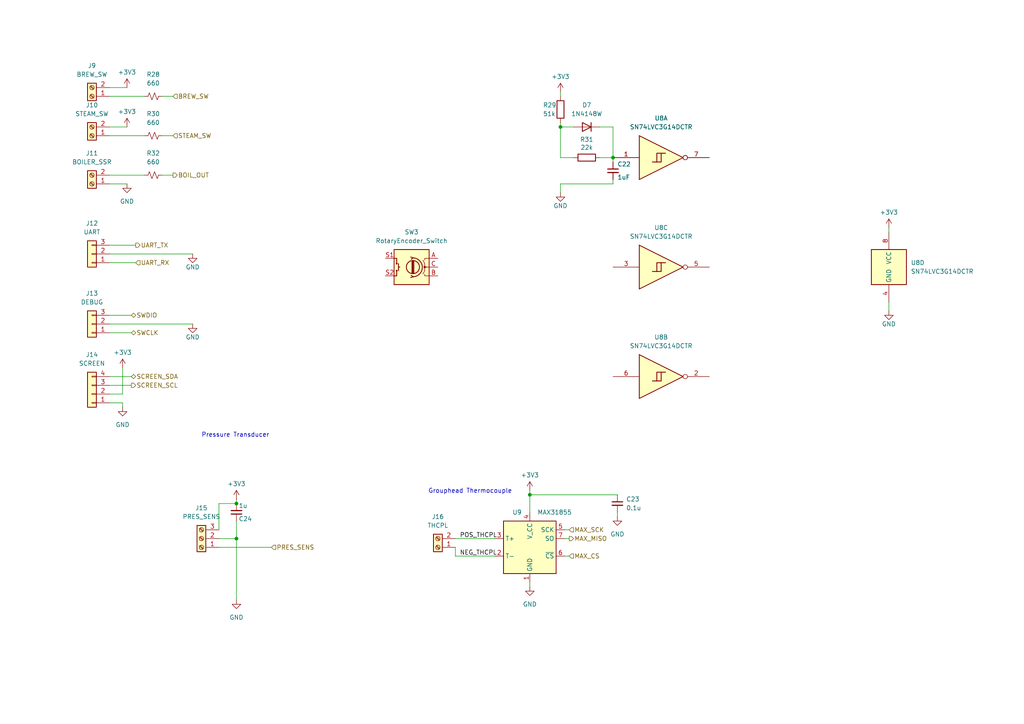
<source format=kicad_sch>
(kicad_sch (version 20231120) (generator "eeschema") (generator_version "8.0")
  (paper "A4")
  (lib_symbols
    (symbol "74xGxx:74LVC3G14"
      (property "Reference" "U" (at -2.54 7.62 0))
      (property "Value" "74LVC3G14" (at 2.54 -7.62 0))
      (symbol "74LVC3G14_1_1"
        (polyline (pts (xy -2.54 -1.27) (xy -1.27 -1.27) (xy -1.27 1.27)) (stroke (width 0.254)) (fill (type background)))
        (polyline (pts (xy -7.62 6.35) (xy -7.62 -6.35) (xy 5.08 0) (xy -7.62 6.35)) (stroke (width 0.254)) (fill (type background)))
        (polyline (pts (xy -3.81 -1.27) (xy -2.54 -1.27) (xy -2.54 1.27) (xy 0 1.27)) (stroke (width 0.254)) (fill (type background)))
        (pin input line (at -15.24 0 0) (length 7.62) (name "~") (number "1"))
        (pin output inverted (at 12.7 0 180) (length 7.62) (name "~") (number "7"))
      )
      (symbol "74LVC3G14_2_1"
        (polyline (pts (xy -2.54 -1.27) (xy -1.27 -1.27) (xy -1.27 1.27)) (stroke (width 0.254)) (fill (type background)))
        (polyline (pts (xy -7.62 6.35) (xy -7.62 -6.35) (xy 5.08 0) (xy -7.62 6.35)) (stroke (width 0.254)) (fill (type background)))
        (polyline (pts (xy -3.81 -1.27) (xy -2.54 -1.27) (xy -2.54 1.27) (xy 0 1.27)) (stroke (width 0.254)) (fill (type background)))
        (pin output inverted (at 12.7 0 180) (length 7.62) (name "~") (number "2"))
        (pin input line (at -15.24 0 0) (length 7.62) (name "~") (number "6"))
      )
      (symbol "74LVC3G14_3_1"
        (polyline (pts (xy -2.54 -1.27) (xy -1.27 -1.27) (xy -1.27 1.27)) (stroke (width 0.254)) (fill (type background)))
        (polyline (pts (xy -7.62 6.35) (xy -7.62 -6.35) (xy 5.08 0) (xy -7.62 6.35)) (stroke (width 0.254)) (fill (type background)))
        (polyline (pts (xy -3.81 -1.27) (xy -2.54 -1.27) (xy -2.54 1.27) (xy 0 1.27)) (stroke (width 0.254)) (fill (type background)))
        (pin input line (at -15.24 0 0) (length 7.62) (name "~") (number "3"))
        (pin output inverted (at 12.7 0 180) (length 7.62) (name "~") (number "5"))
      )
      (symbol "74LVC3G14_4_0"
        (rectangle (start -5.08 -5.08) (end 5.08 5.08) (stroke (width 0.254)) (fill (type background)))
      )
      (symbol "74LVC3G14_4_1"
        (pin power_in line (at 0 -10.16 90) (length 5.08) (name "GND") (number "4"))
        (pin power_in line (at 0 10.16 270) (length 5.08) (name "VCC") (number "8"))
      )
    )
    (symbol "Connector:Screw_Terminal_01x02" (pin_names (offset 1.016) hide)
      (property "Reference" "J" (at 0 2.54 0))
      (property "Value" "Screw_Terminal_01x02" (at 0 -5.08 0))
      (symbol "Screw_Terminal_01x02_1_1"
        (rectangle (start -1.27 1.27) (end 1.27 -3.81) (stroke (width 0.254)) (fill (type background)))
        (circle (center 0 -2.54) (radius 0.635) (stroke (width 0.1524)))
        (polyline (pts (xy -0.5334 -2.2098) (xy 0.3302 -3.048)) (stroke (width 0.1524)))
        (polyline (pts (xy -0.5334 0.3302) (xy 0.3302 -0.508)) (stroke (width 0.1524)))
        (polyline (pts (xy -0.3556 -2.032) (xy 0.508 -2.8702)) (stroke (width 0.1524)))
        (polyline (pts (xy -0.3556 0.508) (xy 0.508 -0.3302)) (stroke (width 0.1524)))
        (circle (center 0 0) (radius 0.635) (stroke (width 0.1524)))
        (pin passive line (at -5.08 0 0) (length 3.81) (name "Pin_1") (number "1"))
        (pin passive line (at -5.08 -2.54 0) (length 3.81) (name "Pin_2") (number "2"))
      )
    )
    (symbol "Connector:Screw_Terminal_01x03" (pin_names (offset 1.016) hide)
      (property "Reference" "J" (at 0 5.08 0))
      (property "Value" "Screw_Terminal_01x03" (at 0 -5.08 0))
      (symbol "Screw_Terminal_01x03_1_1"
        (rectangle (start -1.27 3.81) (end 1.27 -3.81) (stroke (width 0.254)) (fill (type background)))
        (circle (center 0 -2.54) (radius 0.635) (stroke (width 0.1524)))
        (polyline (pts (xy -0.5334 -2.2098) (xy 0.3302 -3.048)) (stroke (width 0.1524)))
        (polyline (pts (xy -0.5334 0.3302) (xy 0.3302 -0.508)) (stroke (width 0.1524)))
        (polyline (pts (xy -0.5334 2.8702) (xy 0.3302 2.032)) (stroke (width 0.1524)))
        (polyline (pts (xy -0.3556 -2.032) (xy 0.508 -2.8702)) (stroke (width 0.1524)))
        (polyline (pts (xy -0.3556 0.508) (xy 0.508 -0.3302)) (stroke (width 0.1524)))
        (polyline (pts (xy -0.3556 3.048) (xy 0.508 2.2098)) (stroke (width 0.1524)))
        (circle (center 0 0) (radius 0.635) (stroke (width 0.1524)))
        (circle (center 0 2.54) (radius 0.635) (stroke (width 0.1524)))
        (pin passive line (at -5.08 2.54 0) (length 3.81) (name "Pin_1") (number "1"))
        (pin passive line (at -5.08 0 0) (length 3.81) (name "Pin_2") (number "2"))
        (pin passive line (at -5.08 -2.54 0) (length 3.81) (name "Pin_3") (number "3"))
      )
    )
    (symbol "Connector_Generic:Conn_01x03" (pin_names (offset 1.016) hide)
      (property "Reference" "J" (at 0 5.08 0))
      (property "Value" "Conn_01x03" (at 0 -5.08 0))
      (symbol "Conn_01x03_1_1"
        (rectangle (start -1.27 -2.413) (end 0 -2.667) (stroke (width 0.1524)))
        (rectangle (start -1.27 0.127) (end 0 -0.127) (stroke (width 0.1524)))
        (rectangle (start -1.27 2.667) (end 0 2.413) (stroke (width 0.1524)))
        (rectangle (start -1.27 3.81) (end 1.27 -3.81) (stroke (width 0.254)) (fill (type background)))
        (pin passive line (at -5.08 2.54 0) (length 3.81) (name "Pin_1") (number "1"))
        (pin passive line (at -5.08 0 0) (length 3.81) (name "Pin_2") (number "2"))
        (pin passive line (at -5.08 -2.54 0) (length 3.81) (name "Pin_3") (number "3"))
      )
    )
    (symbol "Connector_Generic:Conn_01x04" (pin_names (offset 1.016) hide)
      (property "Reference" "J" (at 0 5.08 0))
      (property "Value" "Conn_01x04" (at 0 -7.62 0))
      (symbol "Conn_01x04_1_1"
        (rectangle (start -1.27 -4.953) (end 0 -5.207) (stroke (width 0.1524)))
        (rectangle (start -1.27 -2.413) (end 0 -2.667) (stroke (width 0.1524)))
        (rectangle (start -1.27 0.127) (end 0 -0.127) (stroke (width 0.1524)))
        (rectangle (start -1.27 2.667) (end 0 2.413) (stroke (width 0.1524)))
        (rectangle (start -1.27 3.81) (end 1.27 -6.35) (stroke (width 0.254)) (fill (type background)))
        (pin passive line (at -5.08 2.54 0) (length 3.81) (name "Pin_1") (number "1"))
        (pin passive line (at -5.08 0 0) (length 3.81) (name "Pin_2") (number "2"))
        (pin passive line (at -5.08 -2.54 0) (length 3.81) (name "Pin_3") (number "3"))
        (pin passive line (at -5.08 -5.08 0) (length 3.81) (name "Pin_4") (number "4"))
      )
    )
    (symbol "Device:C_Small" (pin_numbers hide) (pin_names (offset 0.254) hide)
      (property "Reference" "C" (at 0.254 1.778 0))
      (property "Value" "C_Small" (at 0.254 -2.032 0))
      (symbol "C_Small_0_1"
        (polyline (pts (xy -1.524 -0.508) (xy 1.524 -0.508)) (stroke (width 0.3302)))
        (polyline (pts (xy -1.524 0.508) (xy 1.524 0.508)) (stroke (width 0.3048)))
      )
      (symbol "C_Small_1_1"
        (pin passive line (at 0 2.54 270) (length 2.032) (name "~") (number "1"))
        (pin passive line (at 0 -2.54 90) (length 2.032) (name "~") (number "2"))
      )
    )
    (symbol "Device:R" (pin_numbers hide) (pin_names (offset 0))
      (property "Reference" "R" (at 2.032 0 90))
      (property "Value" "R" (at 0 0 90))
      (symbol "R_0_1"
        (rectangle (start -1.016 -2.54) (end 1.016 2.54) (stroke (width 0.254)))
      )
      (symbol "R_1_1"
        (pin passive line (at 0 3.81 270) (length 1.27) (name "~") (number "1"))
        (pin passive line (at 0 -3.81 90) (length 1.27) (name "~") (number "2"))
      )
    )
    (symbol "Device:R_Small_US" (pin_numbers hide) (pin_names (offset 0.254) hide)
      (property "Reference" "R" (at 0.762 0.508 0))
      (property "Value" "R_Small_US" (at 0.762 -1.016 0))
      (symbol "R_Small_US_1_1"
        (polyline (pts (xy 0 0) (xy 1.016 -0.381) (xy 0 -0.762) (xy -1.016 -1.143) (xy 0 -1.524)))
        (polyline (pts (xy 0 1.524) (xy 1.016 1.143) (xy 0 0.762) (xy -1.016 0.381) (xy 0 0)))
        (pin passive line (at 0 2.54 270) (length 1.016) (name "~") (number "1"))
        (pin passive line (at 0 -2.54 90) (length 1.016) (name "~") (number "2"))
      )
    )
    (symbol "Device:RotaryEncoder_Switch" (pin_names (offset 0.254) hide)
      (property "Reference" "SW" (at 0 6.604 0))
      (property "Value" "RotaryEncoder_Switch" (at 0 -6.604 0))
      (symbol "RotaryEncoder_Switch_0_1"
        (rectangle (start -5.08 5.08) (end 5.08 -5.08) (stroke (width 0.254)) (fill (type background)))
        (circle (center -3.81 0) (radius 0.254) (fill (type outline)))
        (circle (center -0.381 0) (radius 1.905) (stroke (width 0.254)))
        (arc (start -0.381 2.667) (mid -3.0988 -0.0635) (end -0.381 -2.794) (stroke (width 0.254)))
        (polyline (pts (xy -0.635 -1.778) (xy -0.635 1.778)) (stroke (width 0.254)))
        (polyline (pts (xy -0.381 -1.778) (xy -0.381 1.778)) (stroke (width 0.254)))
        (polyline (pts (xy -0.127 1.778) (xy -0.127 -1.778)) (stroke (width 0.254)))
        (polyline (pts (xy 3.81 0) (xy 3.429 0)) (stroke (width 0.254)))
        (polyline (pts (xy 3.81 1.016) (xy 3.81 -1.016)) (stroke (width 0.254)))
        (polyline (pts (xy -5.08 -2.54) (xy -3.81 -2.54) (xy -3.81 -2.032)))
        (polyline (pts (xy -5.08 2.54) (xy -3.81 2.54) (xy -3.81 2.032)))
        (polyline (pts (xy 0.254 -3.048) (xy -0.508 -2.794) (xy 0.127 -2.413)) (stroke (width 0.254)))
        (polyline (pts (xy 0.254 2.921) (xy -0.508 2.667) (xy 0.127 2.286)) (stroke (width 0.254)))
        (polyline (pts (xy 5.08 -2.54) (xy 4.318 -2.54) (xy 4.318 -1.016)) (stroke (width 0.254)))
        (polyline (pts (xy 5.08 2.54) (xy 4.318 2.54) (xy 4.318 1.016)) (stroke (width 0.254)))
        (polyline (pts (xy -5.08 0) (xy -3.81 0) (xy -3.81 -1.016) (xy -3.302 -2.032)))
        (polyline (pts (xy -4.318 0) (xy -3.81 0) (xy -3.81 1.016) (xy -3.302 2.032)))
        (circle (center 4.318 -1.016) (radius 0.127) (stroke (width 0.254)))
        (circle (center 4.318 1.016) (radius 0.127) (stroke (width 0.254)))
      )
      (symbol "RotaryEncoder_Switch_1_1"
        (pin passive line (at -7.62 2.54 0) (length 2.54) (name "A") (number "A"))
        (pin passive line (at -7.62 -2.54 0) (length 2.54) (name "B") (number "B"))
        (pin passive line (at -7.62 0 0) (length 2.54) (name "C") (number "C"))
        (pin passive line (at 7.62 2.54 180) (length 2.54) (name "S1") (number "S1"))
        (pin passive line (at 7.62 -2.54 180) (length 2.54) (name "S2") (number "S2"))
      )
    )
    (symbol "Diode:1N4148W" (pin_numbers hide) (pin_names hide)
      (property "Reference" "D" (at 0 2.54 0))
      (property "Value" "1N4148W" (at 0 -2.54 0))
      (symbol "1N4148W_0_1"
        (polyline (pts (xy -1.27 1.27) (xy -1.27 -1.27)) (stroke (width 0.254)))
        (polyline (pts (xy 1.27 0) (xy -1.27 0)))
        (polyline (pts (xy 1.27 1.27) (xy 1.27 -1.27) (xy -1.27 0) (xy 1.27 1.27)) (stroke (width 0.254)))
      )
      (symbol "1N4148W_1_1"
        (pin passive line (at -3.81 0 0) (length 2.54) (name "K") (number "1"))
        (pin passive line (at 3.81 0 180) (length 2.54) (name "A") (number "2"))
      )
    )
    (symbol "Sensor_Temperature:MAX31855KASA"
      (property "Reference" "U" (at -7.62 8.89 0))
      (property "Value" "MAX31855KASA" (at 1.27 8.89 0))
      (symbol "MAX31855KASA_0_1"
        (rectangle (start -7.62 7.62) (end 7.62 -7.62) (stroke (width 0.254)) (fill (type background)))
      )
      (symbol "MAX31855KASA_1_1"
        (pin power_in line (at 0 -10.16 90) (length 2.54) (name "GND") (number "1"))
        (pin passive line (at -10.16 -2.54 0) (length 2.54) (name "T-") (number "2"))
        (pin passive line (at -10.16 2.54 0) (length 2.54) (name "T+") (number "3"))
        (pin power_in line (at 0 10.16 270) (length 2.54) (name "V_CC") (number "4"))
        (pin input line (at 10.16 5.08 180) (length 2.54) (name "SCK") (number "5"))
        (pin input line (at 10.16 -2.54 180) (length 2.54) (name "~{CS}") (number "6"))
        (pin tri_state line (at 10.16 2.54 180) (length 2.54) (name "SO") (number "7"))
      )
    )
    (symbol "power:+3V3" (power) (pin_names (offset 0))
      (property "Value" "+3V3" (at 0 3.556 0))
      (symbol "+3V3_0_1"
        (polyline (pts (xy -0.762 1.27) (xy 0 2.54)))
        (polyline (pts (xy 0 0) (xy 0 2.54)))
        (polyline (pts (xy 0 2.54) (xy 0.762 1.27)))
      )
      (symbol "+3V3_1_1"
        (pin power_in line (at 0 0 90) (length 0) hide (name "+3V3") (number "1"))
      )
    )
    (symbol "power:GND" (power) (pin_names (offset 0))
      (property "Value" "GND" (at 0 -3.81 0))
      (symbol "GND_0_1"
        (polyline (pts (xy 0 0) (xy 0 -1.27) (xy 1.27 -1.27) (xy 0 -2.54) (xy -1.27 -1.27) (xy 0 -1.27)))
      )
      (symbol "GND_1_1"
        (pin power_in line (at 0 0 270) (length 0) hide (name "GND") (number "1"))
      )
    )
  )
  (junction (at 162.56 36.83))
  (junction (at 68.58 156.21))
  (junction (at 68.58 146.05))
  (junction (at 177.8 45.72))
  (junction (at 153.67 143.51))
  (wire (pts (xy 39.37 76.2) (xy 31.75 76.2)))
  (wire (pts (xy 41.91 27.94) (xy 31.75 27.94)))
  (wire (pts (xy 153.67 143.51) (xy 179.07 143.51)))
  (wire (pts (xy 162.56 35.56) (xy 162.56 36.83)))
  (wire (pts (xy 165.1 156.21) (xy 163.83 156.21)))
  (wire (pts (xy 177.8 53.34) (xy 177.8 52.07)))
  (wire (pts (xy 153.67 142.24) (xy 153.67 143.51)))
  (wire (pts (xy 36.83 36.83) (xy 31.75 36.83)))
  (wire (pts (xy 173.99 45.72) (xy 177.8 45.72)))
  (wire (pts (xy 63.5 158.75) (xy 78.74 158.75)))
  (wire (pts (xy 50.165 27.94) (xy 46.99 27.94)))
  (wire (pts (xy 173.99 36.83) (xy 177.8 36.83)))
  (wire (pts (xy 63.5 156.21) (xy 68.58 156.21)))
  (wire (pts (xy 68.58 156.21) (xy 68.58 173.99)))
  (wire (pts (xy 35.56 116.84) (xy 31.75 116.84)))
  (wire (pts (xy 177.8 53.34) (xy 162.56 53.34)))
  (wire (pts (xy 63.5 146.05) (xy 63.5 153.67)))
  (wire (pts (xy 38.1 96.52) (xy 31.75 96.52)))
  (wire (pts (xy 55.88 93.98) (xy 31.75 93.98)))
  (wire (pts (xy 41.91 39.37) (xy 31.75 39.37)))
  (wire (pts (xy 31.75 109.22) (xy 38.1 109.22)))
  (wire (pts (xy 132.08 161.29) (xy 143.51 161.29)))
  (wire (pts (xy 165.1 153.67) (xy 163.83 153.67)))
  (wire (pts (xy 162.56 53.34) (xy 162.56 55.88)))
  (wire (pts (xy 31.75 111.76) (xy 38.1 111.76)))
  (wire (pts (xy 257.81 66.04) (xy 257.81 67.31)))
  (wire (pts (xy 31.75 71.12) (xy 39.37 71.12)))
  (wire (pts (xy 50.165 50.8) (xy 46.99 50.8)))
  (wire (pts (xy 35.56 118.11) (xy 35.56 116.84)))
  (wire (pts (xy 165.1 161.29) (xy 163.83 161.29)))
  (wire (pts (xy 132.08 156.21) (xy 143.51 156.21)))
  (wire (pts (xy 38.1 91.44) (xy 31.75 91.44)))
  (wire (pts (xy 162.56 26.67) (xy 162.56 27.94)))
  (wire (pts (xy 68.58 144.78) (xy 68.58 146.05)))
  (wire (pts (xy 36.83 25.4) (xy 31.75 25.4)))
  (wire (pts (xy 31.75 114.3) (xy 35.56 114.3)))
  (wire (pts (xy 50.165 39.37) (xy 46.99 39.37)))
  (wire (pts (xy 162.56 45.72) (xy 166.37 45.72)))
  (wire (pts (xy 177.8 45.72) (xy 177.8 46.99)))
  (wire (pts (xy 36.83 53.34) (xy 31.75 53.34)))
  (wire (pts (xy 63.5 146.05) (xy 68.58 146.05)))
  (wire (pts (xy 162.56 36.83) (xy 166.37 36.83)))
  (wire (pts (xy 41.91 50.8) (xy 31.75 50.8)))
  (wire (pts (xy 153.67 168.91) (xy 153.67 170.18)))
  (wire (pts (xy 153.67 143.51) (xy 153.67 148.59)))
  (wire (pts (xy 162.56 36.83) (xy 162.56 45.72)))
  (wire (pts (xy 68.58 151.13) (xy 68.58 156.21)))
  (wire (pts (xy 177.8 36.83) (xy 177.8 45.72)))
  (wire (pts (xy 179.07 148.59) (xy 179.07 149.86)))
  (wire (pts (xy 132.08 158.75) (xy 132.08 161.29)))
  (wire (pts (xy 55.88 73.66) (xy 31.75 73.66)))
  (wire (pts (xy 35.56 106.68) (xy 35.56 114.3)))
  (wire (pts (xy 257.81 87.63) (xy 257.81 90.17)))
  (text "Grouphead Thermocouple" (at 124.206 143.256 0) (effects (font (size 1.27 1.27)) (justify left bottom)))
  (text "Pressure Transducer" (at 58.42 127 0) (effects (font (size 1.27 1.27)) (justify left bottom)))
  (label "NEG_THCPL" (at 133.35 161.29 0))
  (label "POS_THCPL" (at 133.35 156.21 0))
  (hierarchical_label "BOIL_OUT" (shape output) (at 50.165 50.8 0))
  (hierarchical_label "UART_TX" (shape output) (at 39.37 71.12 0))
  (hierarchical_label "MAX_MISO" (shape output) (at 165.1 156.21 0))
  (hierarchical_label "MAX_SCK" (shape input) (at 165.1 153.67 0))
  (hierarchical_label "PRES_SENS" (shape input) (at 78.74 158.75 0))
  (hierarchical_label "SCREEN_SDA" (shape bidirectional) (at 38.1 109.22 0))
  (hierarchical_label "MAX_CS" (shape input) (at 165.1 161.29 0))
  (hierarchical_label "SWDIO" (shape bidirectional) (at 38.1 91.44 0))
  (hierarchical_label "SCREEN_SCL" (shape output) (at 38.1 111.76 0))
  (hierarchical_label "UART_RX" (shape input) (at 39.37 76.2 0))
  (hierarchical_label "BREW_SW" (shape input) (at 50.165 27.94 0))
  (hierarchical_label "STEAM_SW" (shape input) (at 50.165 39.37 0))
  (hierarchical_label "SWCLK" (shape bidirectional) (at 38.1 96.52 0))
  (symbol (lib_id "Device:C_Small") (at 179.07 146.05 0) (unit 1)
    (property "Reference" "C23" (at 181.61 144.7863 0) (effects (justify left)))
    (property "Value" "0.1u" (at 181.61 147.3263 0) (effects (justify left)))
    (property "Footprint" "Capacitor_SMD:C_0603_1608Metric" (effects (hide yes)))
  )
  (symbol (lib_id "74xGxx:74LVC3G14") (at 257.81 77.47 0) (unit 4)
    (property "Reference" "U8" (at 264.16 76.1999 0) (effects (justify left)))
    (property "Value" "SN74LVC3G14DCTR" (at 264.16 78.7399 0) (effects (justify left)))
    (property "Footprint" "Footprints:DCT8" (effects (hide yes)))
    (property "Datasheet" "https://www.ti.com/lit/ds/symlink/sn74lvc3g14.pdf" (effects (hide yes)))
    (property "Description" "Triple NOT Gate Schmitt, Low-Voltage CMOS" (effects (hide yes)))
  )
  (symbol (lib_id "power:GND") (at 55.88 93.98 0) (unit 1)
    (property "Reference" "#PWR055" (effects (hide yes)))
    (property "Value" "GND" (at 55.88 97.79 0))
  )
  (symbol (lib_id "power:GND") (at 179.07 149.86 0) (unit 1)
    (property "Reference" "#PWR060" (effects (hide yes)))
    (property "Value" "GND" (at 179.07 154.94 0))
  )
  (symbol (lib_id "Connector:Screw_Terminal_01x03") (at 58.42 156.21 180) (unit 1)
    (property "Reference" "J15" (at 58.42 147.32 0))
    (property "Value" "PRES_SENS" (at 58.42 149.86 0))
    (property "Footprint" "TerminalBlock_MetzConnect:TerminalBlock_MetzConnect_Type101_RT01603HBWC_1x03_P5.08mm_Horizontal" (effects (hide yes)))
  )
  (symbol (lib_id "Device:RotaryEncoder_Switch") (at 119.38 77.47 0) (mirror y) (unit 1) (on_board no)
    (property "Reference" "SW3" (at 119.38 67.31 0))
    (property "Value" "RotaryEncoder_Switch" (at 119.38 69.85 0))
    (property "Description" "Rotary encoder, dual channel, incremental quadrate outputs, with switch" (effects (hide yes)))
  )
  (symbol (lib_id "Device:C_Small") (at 68.58 148.59 180) (unit 1)
    (property "Reference" "C24" (at 69.215 150.495 0) (effects (justify right)))
    (property "Value" "1u" (at 69.215 146.685 0) (effects (justify right)))
    (property "Footprint" "Capacitor_SMD:C_0603_1608Metric" (effects (hide yes)))
  )
  (symbol (lib_id "power:+3V3") (at 257.81 66.04 0) (unit 1)
    (property "Reference" "#PWR052" (effects (hide yes)))
    (property "Value" "+3V3" (at 257.81 61.595 0))
  )
  (symbol (lib_id "Device:R") (at 162.56 31.75 0) (unit 1)
    (property "Reference" "R29" (at 157.48 30.48 0) (effects (justify left)))
    (property "Value" "51k" (at 157.48 33.02 0) (effects (justify left)))
    (property "Footprint" "Resistor_SMD:R_0603_1608Metric" (effects (hide yes)))
    (property "Digi-Key_PN" "311-10KGRCT-ND" (effects (hide yes)))
  )
  (symbol (lib_id "power:GND") (at 36.83 53.34 0) (unit 1)
    (property "Reference" "#PWR050" (effects (hide yes)))
    (property "Value" "GND" (at 36.83 58.42 0))
  )
  (symbol (lib_id "74xGxx:74LVC3G14") (at 193.04 109.22 0) (unit 2)
    (property "Reference" "U8" (at 191.77 97.79 0))
    (property "Value" "SN74LVC3G14DCTR" (at 191.77 100.33 0))
    (property "Footprint" "Footprints:DCT8" (effects (hide yes)))
    (property "Datasheet" "https://www.ti.com/lit/ds/symlink/sn74lvc3g14.pdf" (effects (hide yes)))
    (property "Description" "Triple NOT Gate Schmitt, Low-Voltage CMOS" (effects (hide yes)))
  )
  (symbol (lib_id "power:GND") (at 162.56 55.88 0) (unit 1)
    (property "Reference" "#PWR051" (effects (hide yes)))
    (property "Value" "GND" (at 162.56 59.69 0))
  )
  (symbol (lib_id "Sensor_Temperature:MAX31855KASA") (at 153.67 158.75 0) (unit 1)
    (property "Reference" "U9" (at 148.59 148.59 0) (effects (justify left)))
    (property "Value" "MAX31855" (at 155.8641 148.59 0) (effects (justify left)))
    (property "Footprint" "Package_SO:SOIC-8_3.9x4.9mm_P1.27mm" (effects (hide yes)))
    (property "Datasheet" "http://datasheets.maximintegrated.com/en/ds/MAX31855.pdf" (effects (hide yes)))
  )
  (symbol (lib_id "74xGxx:74LVC3G14") (at 193.04 45.72 0) (unit 1)
    (property "Reference" "U8" (at 191.77 34.29 0))
    (property "Value" "SN74LVC3G14DCTR" (at 191.77 36.83 0))
    (property "Footprint" "Footprints:DCT8" (effects (hide yes)))
    (property "Datasheet" "https://www.ti.com/lit/ds/symlink/sn74lvc3g14.pdf" (effects (hide yes)))
    (property "Description" "Triple NOT Gate Schmitt, Low-Voltage CMOS" (effects (hide yes)))
  )
  (symbol (lib_id "Connector_Generic:Conn_01x03") (at 26.67 73.66 180) (unit 1)
    (property "Reference" "J12" (at 26.67 64.77 0))
    (property "Value" "UART" (at 26.67 67.31 0))
    (property "Footprint" "Connector_PinHeader_2.54mm:PinHeader_1x03_P2.54mm_Vertical" (effects (hide yes)))
  )
  (symbol (lib_id "Connector_Generic:Conn_01x04") (at 26.67 114.3 180) (unit 1)
    (property "Reference" "J14" (at 26.67 102.87 0))
    (property "Value" "SCREEN" (at 26.67 105.41 0))
    (property "Footprint" "Connector_PinHeader_2.54mm:PinHeader_1x04_P2.54mm_Vertical" (effects (hide yes)))
    (property "Description" "Generic connector, single row, 01x04, script generated (kicad-library-utils/schlib/autogen/connector/)" (effects (hide yes)))
  )
  (symbol (lib_id "power:GND") (at 257.81 90.17 0) (unit 1)
    (property "Reference" "#PWR054" (effects (hide yes)))
    (property "Value" "GND" (at 257.81 93.98 0))
  )
  (symbol (lib_id "power:GND") (at 55.88 73.66 0) (unit 1)
    (property "Reference" "#PWR053" (effects (hide yes)))
    (property "Value" "GND" (at 55.88 77.47 0))
  )
  (symbol (lib_id "power:+3V3") (at 68.58 144.78 0) (unit 1)
    (property "Reference" "#PWR059" (effects (hide yes)))
    (property "Value" "+3V3" (at 68.58 140.335 0))
  )
  (symbol (lib_id "power:+3V3") (at 35.56 106.68 0) (unit 1)
    (property "Reference" "#PWR056" (effects (hide yes)))
    (property "Value" "+3V3" (at 35.56 102.235 0))
  )
  (symbol (lib_id "Device:R_Small_US") (at 44.45 39.37 90) (unit 1)
    (property "Reference" "R30" (at 44.45 33.02 90))
    (property "Value" "660" (at 44.45 35.56 90))
    (property "Footprint" "Resistor_SMD:R_0603_1608Metric" (effects (hide yes)))
  )
  (symbol (lib_id "power:+3V3") (at 162.56 26.67 0) (unit 1)
    (property "Reference" "#PWR048" (effects (hide yes)))
    (property "Value" "+3V3" (at 162.56 22.225 0))
  )
  (symbol (lib_id "Connector:Screw_Terminal_01x02") (at 26.67 53.34 180) (unit 1)
    (property "Reference" "J11" (at 26.67 44.45 0))
    (property "Value" "BOILER_SSR" (at 26.67 46.99 0))
    (property "Footprint" "TerminalBlock_MetzConnect:TerminalBlock_MetzConnect_Type101_RT01602HBWC_1x02_P5.08mm_Horizontal" (effects (hide yes)))
  )
  (symbol (lib_id "Connector:Screw_Terminal_01x02") (at 127 158.75 180) (unit 1)
    (property "Reference" "J16" (at 127 149.86 0))
    (property "Value" "THCPL" (at 127 152.4 0))
    (property "Footprint" "TerminalBlock_MetzConnect:TerminalBlock_MetzConnect_Type101_RT01602HBWC_1x02_P5.08mm_Horizontal" (effects (hide yes)))
  )
  (symbol (lib_id "Device:C_Small") (at 177.8 49.53 0) (unit 1)
    (property "Reference" "C22" (at 179.07 47.625 0) (effects (justify left)))
    (property "Value" "1uF" (at 179.07 51.435 0) (effects (justify left)))
    (property "Footprint" "Capacitor_SMD:C_0603_1608Metric" (effects (hide yes)))
    (property "LCSC" "C15525" (effects (hide yes)))
  )
  (symbol (lib_id "Device:R_Small_US") (at 44.45 27.94 270) (unit 1)
    (property "Reference" "R28" (at 44.45 21.59 90))
    (property "Value" "660" (at 44.45 24.13 90))
    (property "Footprint" "Resistor_SMD:R_0603_1608Metric" (effects (hide yes)))
  )
  (symbol (lib_id "Device:R_Small_US") (at 44.45 50.8 90) (unit 1)
    (property "Reference" "R32" (at 44.45 44.45 90))
    (property "Value" "660" (at 44.45 46.99 90))
    (property "Footprint" "Resistor_SMD:R_0603_1608Metric" (effects (hide yes)))
  )
  (symbol (lib_id "Connector:Screw_Terminal_01x02") (at 26.67 39.37 180) (unit 1)
    (property "Reference" "J10" (at 26.67 30.48 0))
    (property "Value" "STEAM_SW" (at 26.67 33.02 0))
    (property "Footprint" "TerminalBlock_MetzConnect:TerminalBlock_MetzConnect_Type101_RT01602HBWC_1x02_P5.08mm_Horizontal" (effects (hide yes)))
  )
  (symbol (lib_id "power:+3V3") (at 36.83 36.83 0) (unit 1)
    (property "Reference" "#PWR049" (effects (hide yes)))
    (property "Value" "+3V3" (at 36.83 32.385 0))
  )
  (symbol (lib_id "Diode:1N4148W") (at 170.18 36.83 180) (unit 1)
    (property "Reference" "D7" (at 170.18 30.48 0))
    (property "Value" "1N4148W" (at 170.18 33.02 0))
    (property "Footprint" "Diode_SMD:D_SOD-123" (effects (hide yes)))
    (property "Datasheet" "https://www.vishay.com/docs/85748/1n4148w.pdf" (effects (hide yes)))
    (property "Description" "75V 0.15A Fast Switching Diode, SOD-123" (effects (hide yes)))
    (property "Sim.Device" "D" (effects (hide yes)))
    (property "Sim.Pins" "1=K 2=A" (effects (hide yes)))
  )
  (symbol (lib_id "power:GND") (at 35.56 118.11 0) (unit 1)
    (property "Reference" "#PWR057" (effects (hide yes)))
    (property "Value" "GND" (at 35.56 123.19 0))
  )
  (symbol (lib_id "power:+3V3") (at 153.67 142.24 0) (unit 1)
    (property "Reference" "#PWR058" (effects (hide yes)))
    (property "Value" "+3V3" (at 153.67 137.795 0))
  )
  (symbol (lib_id "power:+3V3") (at 36.83 25.4 0) (unit 1)
    (property "Reference" "#PWR047" (effects (hide yes)))
    (property "Value" "+3V3" (at 36.83 20.955 0))
  )
  (symbol (lib_id "power:GND") (at 68.58 173.99 0) (unit 1)
    (property "Reference" "#PWR062" (effects (hide yes)))
    (property "Value" "GND" (at 68.58 179.07 0))
  )
  (symbol (lib_id "74xGxx:74LVC3G14") (at 193.04 77.47 0) (unit 3)
    (property "Reference" "U8" (at 191.77 66.04 0))
    (property "Value" "SN74LVC3G14DCTR" (at 191.77 68.58 0))
    (property "Footprint" "Footprints:DCT8" (effects (hide yes)))
    (property "Datasheet" "https://www.ti.com/lit/ds/symlink/sn74lvc3g14.pdf" (effects (hide yes)))
    (property "Description" "Triple NOT Gate Schmitt, Low-Voltage CMOS" (effects (hide yes)))
  )
  (symbol (lib_id "Connector:Screw_Terminal_01x02") (at 26.67 27.94 180) (unit 1)
    (property "Reference" "J9" (at 26.67 19.05 0))
    (property "Value" "BREW_SW" (at 26.67 21.59 0))
    (property "Footprint" "TerminalBlock_MetzConnect:TerminalBlock_MetzConnect_Type101_RT01602HBWC_1x02_P5.08mm_Horizontal" (effects (hide yes)))
  )
  (symbol (lib_id "Device:R") (at 170.18 45.72 270) (unit 1)
    (property "Reference" "R31" (at 170.18 40.4622 90))
    (property "Value" "22k" (at 170.18 42.7736 90))
    (property "Footprint" "Resistor_SMD:R_0603_1608Metric" (effects (hide yes)))
    (property "Digi-Key_PN" "311-1.00KHRCT-ND" (effects (hide yes)))
  )
  (symbol (lib_id "Connector_Generic:Conn_01x03") (at 26.67 93.98 180) (unit 1)
    (property "Reference" "J13" (at 26.67 85.09 0))
    (property "Value" "DEBUG" (at 26.67 87.63 0))
    (property "Footprint" "Connector_PinHeader_2.54mm:PinHeader_1x03_P2.54mm_Vertical" (effects (hide yes)))
  )
  (symbol (lib_id "power:GND") (at 153.67 170.18 0) (unit 1)
    (property "Reference" "#PWR061" (effects (hide yes)))
    (property "Value" "GND" (at 153.67 175.26 0))
  )
)
</source>
